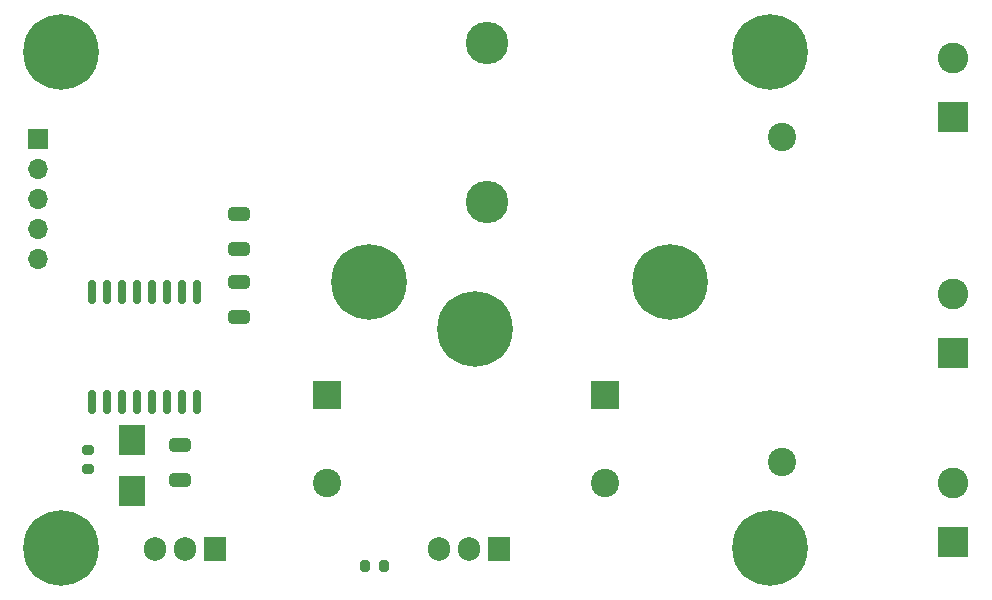
<source format=gts>
%TF.GenerationSoftware,KiCad,Pcbnew,(6.0.6-1)-1*%
%TF.CreationDate,2022-07-07T18:25:44+02:00*%
%TF.ProjectId,beef_bridge,62656566-5f62-4726-9964-67652e6b6963,rev?*%
%TF.SameCoordinates,Original*%
%TF.FileFunction,Soldermask,Top*%
%TF.FilePolarity,Negative*%
%FSLAX46Y46*%
G04 Gerber Fmt 4.6, Leading zero omitted, Abs format (unit mm)*
G04 Created by KiCad (PCBNEW (6.0.6-1)-1) date 2022-07-07 18:25:44*
%MOMM*%
%LPD*%
G01*
G04 APERTURE LIST*
G04 Aperture macros list*
%AMRoundRect*
0 Rectangle with rounded corners*
0 $1 Rounding radius*
0 $2 $3 $4 $5 $6 $7 $8 $9 X,Y pos of 4 corners*
0 Add a 4 corners polygon primitive as box body*
4,1,4,$2,$3,$4,$5,$6,$7,$8,$9,$2,$3,0*
0 Add four circle primitives for the rounded corners*
1,1,$1+$1,$2,$3*
1,1,$1+$1,$4,$5*
1,1,$1+$1,$6,$7*
1,1,$1+$1,$8,$9*
0 Add four rect primitives between the rounded corners*
20,1,$1+$1,$2,$3,$4,$5,0*
20,1,$1+$1,$4,$5,$6,$7,0*
20,1,$1+$1,$6,$7,$8,$9,0*
20,1,$1+$1,$8,$9,$2,$3,0*%
G04 Aperture macros list end*
%ADD10R,1.905000X2.000000*%
%ADD11O,1.905000X2.000000*%
%ADD12RoundRect,0.250000X0.650000X-0.325000X0.650000X0.325000X-0.650000X0.325000X-0.650000X-0.325000X0*%
%ADD13R,2.600000X2.600000*%
%ADD14C,2.600000*%
%ADD15R,2.300000X2.500000*%
%ADD16RoundRect,0.200000X-0.200000X-0.275000X0.200000X-0.275000X0.200000X0.275000X-0.200000X0.275000X0*%
%ADD17C,0.800000*%
%ADD18C,6.400000*%
%ADD19R,1.700000X1.700000*%
%ADD20O,1.700000X1.700000*%
%ADD21C,2.400000*%
%ADD22RoundRect,0.150000X0.150000X-0.875000X0.150000X0.875000X-0.150000X0.875000X-0.150000X-0.875000X0*%
%ADD23R,2.400000X2.400000*%
%ADD24C,3.600000*%
%ADD25RoundRect,0.200000X-0.275000X0.200000X-0.275000X-0.200000X0.275000X-0.200000X0.275000X0.200000X0*%
G04 APERTURE END LIST*
D10*
%TO.C,Q1*%
X151785000Y-124310000D03*
D11*
X149245000Y-124310000D03*
X146705000Y-124310000D03*
%TD*%
D12*
%TO.C,C5*%
X124750000Y-118475000D03*
X124750000Y-115525000D03*
%TD*%
D13*
%TO.C,J3*%
X190245000Y-107755000D03*
D14*
X190245000Y-102755000D03*
%TD*%
D15*
%TO.C,D1*%
X120745000Y-119405000D03*
X120745000Y-115105000D03*
%TD*%
D16*
%TO.C,R1*%
X140420000Y-125755000D03*
X142070000Y-125755000D03*
%TD*%
D12*
%TO.C,C1*%
X129750000Y-104725000D03*
X129750000Y-101775000D03*
%TD*%
D17*
%TO.C,H3*%
X176442056Y-80557944D03*
X172345000Y-82255000D03*
X173047944Y-83952056D03*
D18*
X174745000Y-82255000D03*
D17*
X174745000Y-79855000D03*
X177145000Y-82255000D03*
X173047944Y-80557944D03*
X176442056Y-83952056D03*
X174745000Y-84655000D03*
%TD*%
D13*
%TO.C,J2*%
X190245000Y-123755000D03*
D14*
X190245000Y-118755000D03*
%TD*%
D17*
%TO.C,H6*%
X166245000Y-99355000D03*
X164547944Y-100057944D03*
X167942056Y-100057944D03*
X167942056Y-103452056D03*
X163845000Y-101755000D03*
X164547944Y-103452056D03*
D18*
X166245000Y-101755000D03*
D17*
X166245000Y-104155000D03*
X168645000Y-101755000D03*
%TD*%
D18*
%TO.C,H2*%
X114745000Y-124255000D03*
D17*
X116442056Y-122557944D03*
X113047944Y-125952056D03*
X114745000Y-126655000D03*
X112345000Y-124255000D03*
X113047944Y-122557944D03*
X117145000Y-124255000D03*
X114745000Y-121855000D03*
X116442056Y-125952056D03*
%TD*%
D19*
%TO.C,J4*%
X112745000Y-89635000D03*
D20*
X112745000Y-92175000D03*
X112745000Y-94715000D03*
X112745000Y-97255000D03*
X112745000Y-99795000D03*
%TD*%
D21*
%TO.C,C6*%
X175745000Y-117005000D03*
X175745000Y-89505000D03*
%TD*%
D22*
%TO.C,U1*%
X117300000Y-111905000D03*
X118570000Y-111905000D03*
X119840000Y-111905000D03*
X121110000Y-111905000D03*
X122380000Y-111905000D03*
X123650000Y-111905000D03*
X124920000Y-111905000D03*
X126190000Y-111905000D03*
X126190000Y-102605000D03*
X124920000Y-102605000D03*
X123650000Y-102605000D03*
X122380000Y-102605000D03*
X121110000Y-102605000D03*
X119840000Y-102605000D03*
X118570000Y-102605000D03*
X117300000Y-102605000D03*
%TD*%
D17*
%TO.C,H7*%
X139047944Y-100057944D03*
D18*
X140745000Y-101755000D03*
D17*
X138345000Y-101755000D03*
X143145000Y-101755000D03*
X140745000Y-99355000D03*
X142442056Y-103452056D03*
X142442056Y-100057944D03*
X139047944Y-103452056D03*
X140745000Y-104155000D03*
%TD*%
D23*
%TO.C,C2*%
X160745000Y-111277220D03*
D21*
X160745000Y-118777220D03*
%TD*%
D12*
%TO.C,C4*%
X129750000Y-98975000D03*
X129750000Y-96025000D03*
%TD*%
D24*
%TO.C,L1*%
X150745000Y-95000000D03*
X150745000Y-81500000D03*
%TD*%
D17*
%TO.C,H4*%
X173047944Y-122557944D03*
X173047944Y-125952056D03*
X172345000Y-124255000D03*
X174745000Y-121855000D03*
X174745000Y-126655000D03*
X177145000Y-124255000D03*
X176442056Y-125952056D03*
D18*
X174745000Y-124255000D03*
D17*
X176442056Y-122557944D03*
%TD*%
D10*
%TO.C,Q2*%
X127785000Y-124310000D03*
D11*
X125245000Y-124310000D03*
X122705000Y-124310000D03*
%TD*%
D17*
%TO.C,H1*%
X116442056Y-83952056D03*
X113047944Y-83952056D03*
X117145000Y-82255000D03*
D18*
X114745000Y-82255000D03*
D17*
X113047944Y-80557944D03*
X114745000Y-84655000D03*
X116442056Y-80557944D03*
X114745000Y-79855000D03*
X112345000Y-82255000D03*
%TD*%
D23*
%TO.C,C3*%
X137245000Y-111277220D03*
D21*
X137245000Y-118777220D03*
%TD*%
D13*
%TO.C,J1*%
X190245000Y-87755000D03*
D14*
X190245000Y-82755000D03*
%TD*%
D25*
%TO.C,R2*%
X117000000Y-115925000D03*
X117000000Y-117575000D03*
%TD*%
D18*
%TO.C,H5*%
X149745000Y-105755000D03*
D17*
X148047944Y-104057944D03*
X151442056Y-104057944D03*
X151442056Y-107452056D03*
X147345000Y-105755000D03*
X148047944Y-107452056D03*
X152145000Y-105755000D03*
X149745000Y-103355000D03*
X149745000Y-108155000D03*
%TD*%
M02*

</source>
